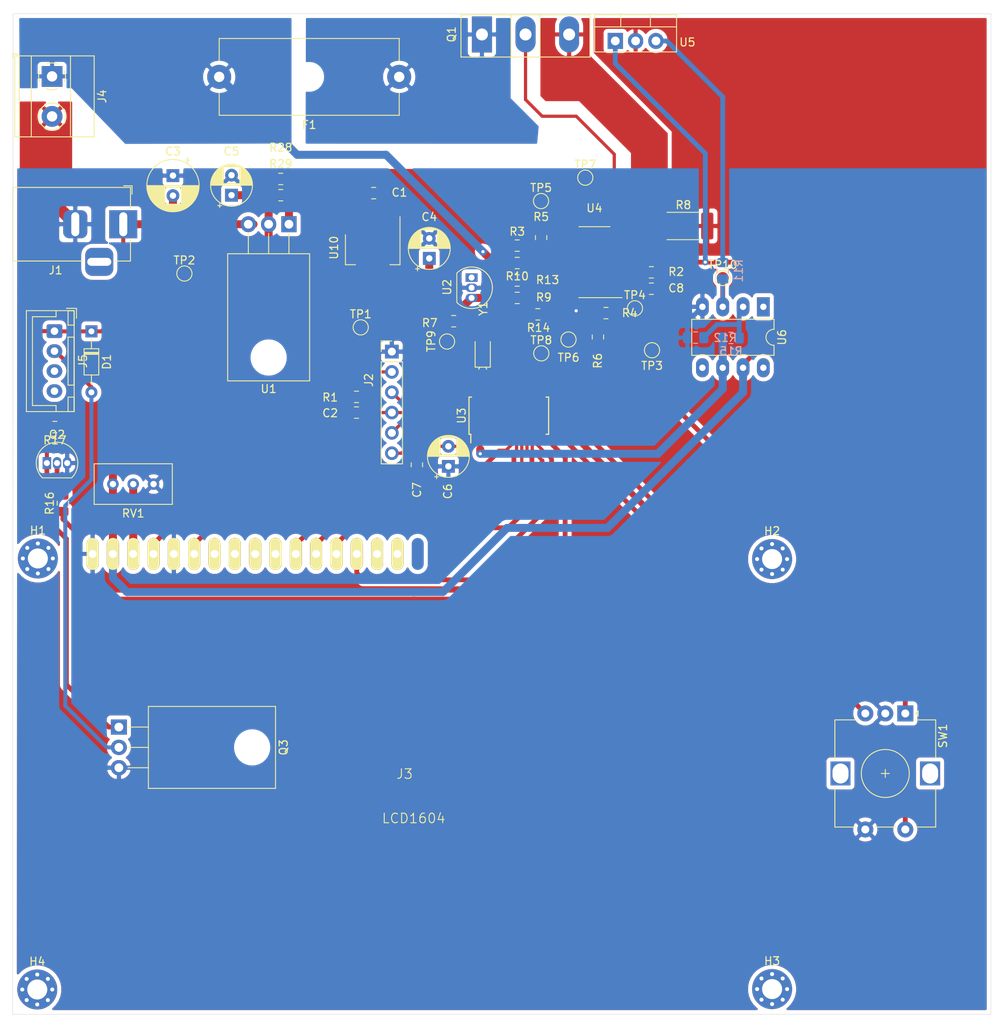
<source format=kicad_pcb>
(kicad_pcb (version 20171130) (host pcbnew "(5.1.4)-1")
  (layers (0 F.Cu signal) (31 B.Cu signal) (34 B.Paste user) (35 F.Paste user) (36 B.SilkS user hide) (37 F.SilkS user) (38 B.Mask user) (39 F.Mask user hide) (44 Edge.Cuts user))
  (net 0 "")
  (net 1 +5V)
  (net 2 GND)
  (net 3 /RST)
  (net 4 +12V)
  (net 5 "Net-(C8-Pad1)")
  (net 6 /TEST)
  (net 7 /TX)
  (net 8 /RX)
  (net 9 "Net-(R3-Pad2)")
  (net 10 "Net-(R4-Pad2)")
  (net 11 "Net-(R4-Pad1)")
  (net 12 /I_batt)
  (net 13 BAT+)
  (net 14 "Net-(R28-Pad2)")
  (net 15 V_BATT_SENSE)
  (net 16 "Net-(U3-Pad7)")
  (net 17 "Net-(U3-Pad17)")
  (net 18 "Net-(U3-Pad19)")
  (net 19 +3V3)
  (net 20 PWM_12)
  (net 21 "Net-(F1-Pad1)")
  (net 22 "Net-(Q1-Pad2)")
  (net 23 +2V5)
  (net 24 "Net-(R11-Pad1)")
  (net 25 "Net-(R11-Pad2)")
  (net 26 "Net-(R12-Pad1)")
  (net 27 V_TEMP)
  (net 28 D5)
  (net 29 D4)
  (net 30 PWM_F)
  (net 31 D6)
  (net 32 D7)
  (net 33 E)
  (net 34 ENC_A)
  (net 35 ENC_B)
  (net 36 RS)
  (net 37 SEL_SP)
  (net 38 "Net-(U3-Pad26)")
  (net 39 "Net-(U3-Pad27)")
  (net 40 "Net-(U6-Pad1)")
  (net 41 "Net-(U6-Pad5)")
  (net 42 "Net-(U6-Pad8)")
  (net 43 CTRST)
  (net 44 "Net-(J3-Pad7)")
  (net 45 "Net-(J3-Pad8)")
  (net 46 "Net-(J3-Pad9)")
  (net 47 "Net-(J3-Pad10)")
  (net 48 "Net-(R14-Pad1)")
  (net 49 "Net-(R10-Pad1)")
  (net 50 PWM)
  (net 51 "Net-(U3-Pad15)")
  (net 52 "Net-(U3-Pad21)")
  (net 53 "Net-(U3-Pad5)")
  (net 54 ADC_I)
  (net 55 "Net-(J5-Pad4)")
  (net 56 "Net-(J5-Pad3)")
  (net 57 "Net-(Q2-Pad1)")
  (net 58 "Net-(Q2-Pad2)")
  (module Display:WINSTAR-WH1604A (layer F.Cu) (at 74.71464 131.86)
    (fp_text reference J3 (at 0 0) (layer F.SilkS) (effects (font (size 1.2 1.2) (thickness 0.12))))
    (fp_text value LCD1604 (at 1.14 5.55) (layer F.SilkS) (effects (font (size 1.2 1.2) (thickness 0.12))))
    (pad "" smd oval (at 1.64084 -27.50058) (size 1.50114 4.0005) (layers B.Cu B.Paste B.Mask))
    (pad 16 thru_hole oval (at -0.89916 -27.50058) (size 1.50114 4.0005) (drill 1.00076) (layers *.Cu *.Mask F.SilkS))
    (pad 15 thru_hole oval (at -3.43916 -27.50058) (size 1.50114 4.0005) (drill 1.00076) (layers *.Cu *.Mask F.SilkS))
    (pad 14 thru_hole oval (at -5.97916 -27.50058) (size 1.50114 4.0005) (drill 1.00076) (layers *.Cu *.Mask F.SilkS) (net 32 D7))
    (pad 13 thru_hole oval (at -8.51916 -27.50058) (size 1.50114 4.0005) (drill 1.00076) (layers *.Cu *.Mask F.SilkS) (net 31 D6))
    (pad 12 thru_hole oval (at -11.05916 -27.50058) (size 1.50114 4.0005) (drill 1.00076) (layers *.Cu *.Mask F.SilkS) (net 28 D5))
    (pad 11 thru_hole oval (at -13.59916 -27.50058) (size 1.50114 4.0005) (drill 1.00076) (layers *.Cu *.Mask F.SilkS) (net 29 D4))
    (pad 10 thru_hole oval (at -16.13916 -27.50058) (size 1.50114 4.0005) (drill 1.00076) (layers *.Cu *.Mask F.SilkS) (net 47 "Net-(J3-Pad10)"))
    (pad 9 thru_hole oval (at -18.67916 -27.50058) (size 1.50114 4.0005) (drill 1.00076) (layers *.Cu *.Mask F.SilkS) (net 46 "Net-(J3-Pad9)"))
    (pad 8 thru_hole oval (at -21.21916 -27.50058) (size 1.50114 4.0005) (drill 1.00076) (layers *.Cu *.Mask F.SilkS) (net 45 "Net-(J3-Pad8)"))
    (pad 7 thru_hole oval (at -23.75916 -27.50058) (size 1.50114 4.0005) (drill 1.00076) (layers *.Cu *.Mask F.SilkS) (net 44 "Net-(J3-Pad7)"))
    (pad 6 thru_hole oval (at -26.29916 -27.50058) (size 1.50114 4.0005) (drill 1.00076) (layers *.Cu *.Mask F.SilkS) (net 33 E))
    (pad 5 thru_hole oval (at -28.83916 -27.50058) (size 1.50114 4.0005) (drill 1.00076) (layers *.Cu *.Mask F.SilkS) (net 2 GND))
    (pad 4 thru_hole oval (at -31.37916 -27.50058) (size 1.50114 4.0005) (drill 1.00076) (layers *.Cu *.Mask F.SilkS) (net 36 RS))
    (pad 3 thru_hole oval (at -33.91916 -27.50058) (size 1.50114 4.0005) (drill 1.00076) (layers *.Cu *.Mask F.SilkS) (net 43 CTRST))
    (pad 2 thru_hole oval (at -36.45916 -27.50058) (size 1.50114 4.0005) (drill 1.00076) (layers *.Cu *.Mask F.SilkS) (net 1 +5V))
    (pad 1 thru_hole oval (at -38.99916 -27.50058) (size 1.50114 4.0005) (drill 1.00076) (layers *.Cu *.Mask F.SilkS) (net 2 GND))
  )
  (module Capacitor_THT:CP_Radial_D5.0mm_P2.50mm (layer F.Cu) (at 80.19 93.41 90)
    (fp_text reference C6 (at -3.125 -0.07 90) (layer F.SilkS))
    (fp_text value 10uF/10V)
    (pad 2 thru_hole circle (at 2.5 0 90) (size 1.6 1.6) (drill 0.8) (layers *.Cu *.Mask) (net 19 +3V3))
    (pad 1 thru_hole rect (at 0 0 90) (size 1.6 1.6) (drill 0.8) (layers *.Cu *.Mask) (net 2 GND))
  )
  (module MountingHole:MountingHole_2.5mm_Pad_Via (layer F.Cu) (at 28.874175 104.925825)
    (fp_text reference H1 (at 0 -3.5) (layer F.SilkS))
    (fp_text value LCD_1_MH)
    (pad 1 thru_hole circle (at 1.325825 -1.325825) (size 0.8 0.8) (drill 0.5) (layers *.Cu *.Mask))
    (pad 1 thru_hole circle (at 0 -1.875) (size 0.8 0.8) (drill 0.5) (layers *.Cu *.Mask))
    (pad 1 thru_hole circle (at -1.325825 -1.325825) (size 0.8 0.8) (drill 0.5) (layers *.Cu *.Mask))
    (pad 1 thru_hole circle (at -1.875 0) (size 0.8 0.8) (drill 0.5) (layers *.Cu *.Mask))
    (pad 1 thru_hole circle (at -1.325825 1.325825) (size 0.8 0.8) (drill 0.5) (layers *.Cu *.Mask))
    (pad 1 thru_hole circle (at 0 1.875) (size 0.8 0.8) (drill 0.5) (layers *.Cu *.Mask))
    (pad 1 thru_hole circle (at 1.325825 1.325825) (size 0.8 0.8) (drill 0.5) (layers *.Cu *.Mask))
    (pad 1 thru_hole circle (at 1.875 0) (size 0.8 0.8) (drill 0.5) (layers *.Cu *.Mask))
    (pad 1 thru_hole circle (at 0 0) (size 5 5) (drill 2.5) (layers *.Cu *.Mask))
  )
  (module Rotary_Encoder:RotaryEncoder_Alps_EC12E-Switch_Vertical_H20mm (layer F.Cu) (at 137.3 124.3 270)
    (fp_text reference SW1 (at 2.8 -4.7 90) (layer F.SilkS))
    (fp_text value Rotary_Encoder_Switch)
    (pad A thru_hole rect (at 0 0 270) (size 2 2) (drill 1) (layers *.Cu *.Mask) (net 34 ENC_A))
    (pad C thru_hole circle (at 0 2.5 270) (size 2 2) (drill 1) (layers *.Cu *.Mask) (net 2 GND))
    (pad B thru_hole circle (at 0 5 270) (size 2 2) (drill 1) (layers *.Cu *.Mask) (net 35 ENC_B))
    (pad MP thru_hole rect (at 7.5 -3.1 270) (size 3 2.5) (drill oval 2.5 2) (layers *.Cu *.Mask))
    (pad MP thru_hole rect (at 7.5 8.1 270) (size 3 2.5) (drill oval 2.5 2) (layers *.Cu *.Mask))
    (pad S1 thru_hole circle (at 14.5 0 270) (size 2 2) (drill 1) (layers *.Cu *.Mask) (net 37 SEL_SP))
    (pad S2 thru_hole circle (at 14.5 5 270) (size 2 2) (drill 1) (layers *.Cu *.Mask) (net 2 GND))
  )
  (module Package_TO_SOT_THT:TO-220-3_Horizontal_TabDown (layer F.Cu) (at 39 126 270)
    (fp_text reference Q3 (at 2.54 -20.58 90) (layer F.SilkS))
    (fp_text value IRF540N)
    (pad 3 thru_hole oval (at 5.08 0 270) (size 1.905 2) (drill 1.1) (layers *.Cu *.Mask) (net 2 GND))
    (pad 2 thru_hole oval (at 2.54 0 270) (size 1.905 2) (drill 1.1) (layers *.Cu *.Mask) (net 20 PWM_12))
    (pad 1 thru_hole rect (at 0 0 270) (size 1.905 2) (drill 1.1) (layers *.Cu *.Mask) (net 57 "Net-(Q2-Pad1)"))
    (pad "" np_thru_hole oval (at 2.54 -16.66 270) (size 3.5 3.5) (drill 3.5) (layers *.Cu *.Mask))
  )
  (module Connector_JST:JST_XH_B4B-XH-A_1x04_P2.50mm_Vertical (layer F.Cu) (at 30.95 76.51 270)
    (fp_text reference J5 (at 3.75 -3.55 90) (layer F.SilkS))
    (fp_text value Cooler)
    (pad 4 thru_hole oval (at 7.5 0 270) (size 1.7 1.95) (drill 0.95) (layers *.Cu *.Mask) (net 55 "Net-(J5-Pad4)"))
    (pad 3 thru_hole oval (at 5 0 270) (size 1.7 1.95) (drill 0.95) (layers *.Cu *.Mask) (net 56 "Net-(J5-Pad3)"))
    (pad 2 thru_hole oval (at 2.5 0 270) (size 1.7 1.95) (drill 0.95) (layers *.Cu *.Mask) (net 20 PWM_12))
    (pad 1 thru_hole roundrect (at 0 0 270) (size 1.7 1.95) (drill 0.95) (layers *.Cu *.Mask) (roundrect_rratio 0.147059) (net 4 +12V))
  )
  (module TestPoint:TestPoint_Pad_D1.5mm (layer F.Cu) (at 103.505 73.66)
    (fp_text reference TP4 (at 0 -1.648) (layer F.SilkS))
    (fp_text value PWM_F_TP)
    (pad 1 smd circle (at 0 0) (size 1.5 1.5) (layers F.Cu F.Mask) (net 5 "Net-(C8-Pad1)"))
  )
  (module Resistor_SMD:R_0805_2012Metric_Pad1.15x1.40mm_HandSolder (layer F.Cu) (at 31 88.5 180)
    (fp_text reference R17 (at 0 -1.65) (layer F.SilkS))
    (fp_text value 12K)
    (pad 2 smd roundrect (at 1.025 0 180) (size 1.15 1.4) (layers F.Cu F.Paste F.Mask) (roundrect_rratio 0.217391) (net 4 +12V))
    (pad 1 smd roundrect (at -1.025 0 180) (size 1.15 1.4) (layers F.Cu F.Paste F.Mask) (roundrect_rratio 0.217391) (net 57 "Net-(Q2-Pad1)"))
  )
  (module Resistor_SMD:R_0805_2012Metric_Pad1.15x1.40mm_HandSolder (layer F.Cu) (at 32 98.025 90)
    (fp_text reference R16 (at 0 -1.65 90) (layer F.SilkS))
    (fp_text value 27K)
    (pad 2 smd roundrect (at 1.025 0 90) (size 1.15 1.4) (layers F.Cu F.Paste F.Mask) (roundrect_rratio 0.217391) (net 58 "Net-(Q2-Pad2)"))
    (pad 1 smd roundrect (at -1.025 0 90) (size 1.15 1.4) (layers F.Cu F.Paste F.Mask) (roundrect_rratio 0.217391) (net 30 PWM_F))
  )
  (module Package_TO_SOT_THT:TO-92_Inline (layer F.Cu) (at 30 93)
    (fp_text reference Q2 (at 1.27 -3.56) (layer F.SilkS))
    (fp_text value BC548)
    (pad 1 thru_hole rect (at 0 0) (size 1.05 1.5) (drill 0.75) (layers *.Cu *.Mask) (net 57 "Net-(Q2-Pad1)"))
    (pad 3 thru_hole oval (at 2.54 0) (size 1.05 1.5) (drill 0.75) (layers *.Cu *.Mask) (net 2 GND))
    (pad 2 thru_hole oval (at 1.27 0) (size 1.05 1.5) (drill 0.75) (layers *.Cu *.Mask) (net 58 "Net-(Q2-Pad2)"))
  )
  (module MountingHole:MountingHole_2.5mm_Pad_Via (layer F.Cu) (at 28.8 158.8)
    (fp_text reference H4 (at 0 -3.5) (layer F.SilkS))
    (fp_text value LCD_4_MH)
    (pad 1 thru_hole circle (at 1.325825 -1.325825) (size 0.8 0.8) (drill 0.5) (layers *.Cu *.Mask))
    (pad 1 thru_hole circle (at 0 -1.875) (size 0.8 0.8) (drill 0.5) (layers *.Cu *.Mask))
    (pad 1 thru_hole circle (at -1.325825 -1.325825) (size 0.8 0.8) (drill 0.5) (layers *.Cu *.Mask))
    (pad 1 thru_hole circle (at -1.875 0) (size 0.8 0.8) (drill 0.5) (layers *.Cu *.Mask))
    (pad 1 thru_hole circle (at -1.325825 1.325825) (size 0.8 0.8) (drill 0.5) (layers *.Cu *.Mask))
    (pad 1 thru_hole circle (at 0 1.875) (size 0.8 0.8) (drill 0.5) (layers *.Cu *.Mask))
    (pad 1 thru_hole circle (at 1.325825 1.325825) (size 0.8 0.8) (drill 0.5) (layers *.Cu *.Mask))
    (pad 1 thru_hole circle (at 1.875 0) (size 0.8 0.8) (drill 0.5) (layers *.Cu *.Mask))
    (pad 1 thru_hole circle (at 0 0) (size 5 5) (drill 2.5) (layers *.Cu *.Mask))
  )
  (module MountingHole:MountingHole_2.5mm_Pad_Via (layer F.Cu) (at 120.65 158.75)
    (fp_text reference H3 (at 0 -3.5) (layer F.SilkS))
    (fp_text value LCD_3_MH)
    (pad 1 thru_hole circle (at 1.325825 -1.325825) (size 0.8 0.8) (drill 0.5) (layers *.Cu *.Mask))
    (pad 1 thru_hole circle (at 0 -1.875) (size 0.8 0.8) (drill 0.5) (layers *.Cu *.Mask))
    (pad 1 thru_hole circle (at -1.325825 -1.325825) (size 0.8 0.8) (drill 0.5) (layers *.Cu *.Mask))
    (pad 1 thru_hole circle (at -1.875 0) (size 0.8 0.8) (drill 0.5) (layers *.Cu *.Mask))
    (pad 1 thru_hole circle (at -1.325825 1.325825) (size 0.8 0.8) (drill 0.5) (layers *.Cu *.Mask))
    (pad 1 thru_hole circle (at 0 1.875) (size 0.8 0.8) (drill 0.5) (layers *.Cu *.Mask))
    (pad 1 thru_hole circle (at 1.325825 1.325825) (size 0.8 0.8) (drill 0.5) (layers *.Cu *.Mask))
    (pad 1 thru_hole circle (at 1.875 0) (size 0.8 0.8) (drill 0.5) (layers *.Cu *.Mask))
    (pad 1 thru_hole circle (at 0 0) (size 5 5) (drill 2.5) (layers *.Cu *.Mask))
  )
  (module MountingHole:MountingHole_2.5mm_Pad_Via (layer F.Cu) (at 120.65 105)
    (fp_text reference H2 (at 0 -3.5) (layer F.SilkS))
    (fp_text value LCD_2_MH)
    (pad 1 thru_hole circle (at 1.325825 -1.325825) (size 0.8 0.8) (drill 0.5) (layers *.Cu *.Mask))
    (pad 1 thru_hole circle (at 0 -1.875) (size 0.8 0.8) (drill 0.5) (layers *.Cu *.Mask))
    (pad 1 thru_hole circle (at -1.325825 -1.325825) (size 0.8 0.8) (drill 0.5) (layers *.Cu *.Mask))
    (pad 1 thru_hole circle (at -1.875 0) (size 0.8 0.8) (drill 0.5) (layers *.Cu *.Mask))
    (pad 1 thru_hole circle (at -1.325825 1.325825) (size 0.8 0.8) (drill 0.5) (layers *.Cu *.Mask))
    (pad 1 thru_hole circle (at 0 1.875) (size 0.8 0.8) (drill 0.5) (layers *.Cu *.Mask))
    (pad 1 thru_hole circle (at 1.325825 1.325825) (size 0.8 0.8) (drill 0.5) (layers *.Cu *.Mask))
    (pad 1 thru_hole circle (at 1.875 0) (size 0.8 0.8) (drill 0.5) (layers *.Cu *.Mask))
    (pad 1 thru_hole circle (at 0 0) (size 5 5) (drill 2.5) (layers *.Cu *.Mask))
  )
  (module Diode_THT:D_DO-34_SOD68_P7.62mm_Horizontal (layer F.Cu) (at 35.57 76.54 270)
    (fp_text reference D1 (at 3.81 -1.92 90) (layer F.SilkS))
    (fp_text value D_Schottky)
    (pad 2 thru_hole oval (at 7.62 0 270) (size 1.5 1.5) (drill 0.75) (layers *.Cu *.Mask) (net 20 PWM_12))
    (pad 1 thru_hole rect (at 0 0 270) (size 1.5 1.5) (drill 0.75) (layers *.Cu *.Mask) (net 4 +12V))
  )
  (module Capacitor_SMD:C_0805_2012Metric_Pad1.15x1.40mm_HandSolder (layer F.Cu) (at 70.85 59.26 180)
    (fp_text reference C1 (at -3.22 0.08) (layer F.SilkS))
    (fp_text value 0.1uF)
    (pad 2 smd roundrect (at 1.025 0 180) (size 1.15 1.4) (layers F.Cu F.Paste F.Mask) (roundrect_rratio 0.217391) (net 1 +5V))
    (pad 1 smd roundrect (at -1.025 0 180) (size 1.15 1.4) (layers F.Cu F.Paste F.Mask) (roundrect_rratio 0.217391) (net 2 GND))
  )
  (module Capacitor_SMD:C_0805_2012Metric_Pad1.15x1.40mm_HandSolder (layer F.Cu) (at 68.7 86.69)
    (fp_text reference C2 (at -3.29 0.0675) (layer F.SilkS))
    (fp_text value 100nF)
    (pad 2 smd roundrect (at 1.025 0) (size 1.15 1.4) (layers F.Cu F.Paste F.Mask) (roundrect_rratio 0.217391) (net 3 /RST))
    (pad 1 smd roundrect (at -1.025 0) (size 1.15 1.4) (layers F.Cu F.Paste F.Mask) (roundrect_rratio 0.217391) (net 2 GND))
  )
  (module Capacitor_THT:CP_Radial_D6.3mm_P2.50mm (layer F.Cu) (at 45.76 57.07 270)
    (fp_text reference C3 (at -3.02 0 180) (layer F.SilkS))
    (fp_text value 0.1uF)
    (pad 2 thru_hole circle (at 2.5 0 270) (size 1.6 1.6) (drill 0.8) (layers *.Cu *.Mask) (net 4 +12V))
    (pad 1 thru_hole rect (at 0 0 270) (size 1.6 1.6) (drill 0.8) (layers *.Cu *.Mask) (net 2 GND))
  )
  (module Capacitor_SMD:C_0805_2012Metric_Pad1.15x1.40mm_HandSolder (layer F.Cu) (at 76.25 93.22 90)
    (fp_text reference C7 (at -3.14 0.01 90) (layer F.SilkS))
    (fp_text value 100nF)
    (pad 2 smd roundrect (at 1.025 0 90) (size 1.15 1.4) (layers F.Cu F.Paste F.Mask) (roundrect_rratio 0.217391) (net 19 +3V3))
    (pad 1 smd roundrect (at -1.025 0 90) (size 1.15 1.4) (layers F.Cu F.Paste F.Mask) (roundrect_rratio 0.217391) (net 2 GND))
  )
  (module Capacitor_SMD:C_0805_2012Metric_Pad1.15x1.40mm_HandSolder (layer F.Cu) (at 105.56 71.21)
    (fp_text reference C8 (at 3.1 -0.0675) (layer F.SilkS))
    (fp_text value 1uF)
    (pad 2 smd roundrect (at 1.025 0) (size 1.15 1.4) (layers F.Cu F.Paste F.Mask) (roundrect_rratio 0.217391) (net 2 GND))
    (pad 1 smd roundrect (at -1.025 0) (size 1.15 1.4) (layers F.Cu F.Paste F.Mask) (roundrect_rratio 0.217391) (net 5 "Net-(C8-Pad1)"))
  )
  (module Connector_BarrelJack:BarrelJack_Horizontal (layer F.Cu) (at 39.55 63.15)
    (fp_text reference J1 (at -8.45 5.75) (layer F.SilkS))
    (fp_text value Jack-DC)
    (pad 3 thru_hole roundrect (at -3 4.7) (size 3.5 3.5) (drill oval 3 1) (layers *.Cu *.Mask))
    (pad 2 thru_hole roundrect (at -6 0) (size 3 3.5) (drill oval 1 3) (layers *.Cu *.Mask) (net 2 GND))
    (pad 1 thru_hole rect (at 0 0) (size 3.5 3.5) (drill oval 1 3) (layers *.Cu *.Mask) (net 4 +12V))
  )
  (module Connector_PinHeader_2.54mm:PinHeader_1x06_P2.54mm_Vertical (layer F.Cu) (at 73.12 79.07)
    (fp_text reference J2 (at -2.878 3.558 270) (layer F.SilkS))
    (fp_text value Programador)
    (pad 6 thru_hole oval (at 0 12.7) (size 1.7 1.7) (drill 1) (layers *.Cu *.Mask) (net 8 /RX))
    (pad 5 thru_hole oval (at 0 10.16) (size 1.7 1.7) (drill 1) (layers *.Cu *.Mask) (net 7 /TX))
    (pad 4 thru_hole oval (at 0 7.62) (size 1.7 1.7) (drill 1) (layers *.Cu *.Mask) (net 3 /RST))
    (pad 3 thru_hole oval (at 0 5.08) (size 1.7 1.7) (drill 1) (layers *.Cu *.Mask) (net 6 /TEST))
    (pad 2 thru_hole oval (at 0 2.54) (size 1.7 1.7) (drill 1) (layers *.Cu *.Mask) (net 19 +3V3))
    (pad 1 thru_hole rect (at 0 0) (size 1.7 1.7) (drill 1) (layers *.Cu *.Mask) (net 2 GND))
  )
  (module Resistor_SMD:R_0805_2012Metric_Pad1.15x1.40mm_HandSolder (layer F.Cu) (at 68.7 84.73)
    (fp_text reference R1 (at -3.29 0.0675) (layer F.SilkS))
    (fp_text value 47k)
    (pad 2 smd roundrect (at 1.025 0) (size 1.15 1.4) (layers F.Cu F.Paste F.Mask) (roundrect_rratio 0.217391) (net 3 /RST))
    (pad 1 smd roundrect (at -1.025 0) (size 1.15 1.4) (layers F.Cu F.Paste F.Mask) (roundrect_rratio 0.217391) (net 19 +3V3))
  )
  (module Resistor_SMD:R_0805_2012Metric_Pad1.15x1.40mm_HandSolder (layer F.Cu) (at 105.56 69.16)
    (fp_text reference R2 (at 3.1 -0.0675) (layer F.SilkS))
    (fp_text value 10k)
    (pad 2 smd roundrect (at 1.025 0) (size 1.15 1.4) (layers F.Cu F.Paste F.Mask) (roundrect_rratio 0.217391) (net 50 PWM))
    (pad 1 smd roundrect (at -1.025 0) (size 1.15 1.4) (layers F.Cu F.Paste F.Mask) (roundrect_rratio 0.217391) (net 5 "Net-(C8-Pad1)"))
  )
  (module Resistor_SMD:R_0805_2012Metric_Pad1.15x1.40mm_HandSolder (layer F.Cu) (at 88.79 65.82)
    (fp_text reference R3 (at -0.000001 -1.75) (layer F.SilkS))
    (fp_text value 10k)
    (pad 2 smd roundrect (at 1.025 0) (size 1.15 1.4) (layers F.Cu F.Paste F.Mask) (roundrect_rratio 0.217391) (net 9 "Net-(R3-Pad2)"))
    (pad 1 smd roundrect (at -1.025 0) (size 1.15 1.4) (layers F.Cu F.Paste F.Mask) (roundrect_rratio 0.217391) (net 2 GND))
  )
  (module Resistor_SMD:R_0805_2012Metric_Pad1.15x1.40mm_HandSolder (layer F.Cu) (at 99.89 74.26)
    (fp_text reference R4 (at 2.96 -0.01) (layer F.SilkS))
    (fp_text value 100k)
    (pad 2 smd roundrect (at 1.025 0) (size 1.15 1.4) (layers F.Cu F.Paste F.Mask) (roundrect_rratio 0.217391) (net 10 "Net-(R4-Pad2)"))
    (pad 1 smd roundrect (at -1.025 0) (size 1.15 1.4) (layers F.Cu F.Paste F.Mask) (roundrect_rratio 0.217391) (net 11 "Net-(R4-Pad1)"))
  )
  (module Resistor_SMD:R_0805_2012Metric_Pad1.15x1.40mm_HandSolder (layer F.Cu) (at 91.78 64.82 90)
    (fp_text reference R5 (at 2.59 0 180) (layer F.SilkS))
    (fp_text value 100K)
    (pad 2 smd roundrect (at 1.025 0 90) (size 1.15 1.4) (layers F.Cu F.Paste F.Mask) (roundrect_rratio 0.217391) (net 54 ADC_I))
    (pad 1 smd roundrect (at -1.025 0 90) (size 1.15 1.4) (layers F.Cu F.Paste F.Mask) (roundrect_rratio 0.217391) (net 9 "Net-(R3-Pad2)"))
  )
  (module Resistor_SMD:R_0805_2012Metric_Pad1.15x1.40mm_HandSolder (layer F.Cu) (at 98.88 77.245 270)
    (fp_text reference R6 (at 2.97 0.02 90) (layer F.SilkS))
    (fp_text value 10k)
    (pad 2 smd roundrect (at 1.025 0 270) (size 1.15 1.4) (layers F.Cu F.Paste F.Mask) (roundrect_rratio 0.217391) (net 2 GND))
    (pad 1 smd roundrect (at -1.025 0 270) (size 1.15 1.4) (layers F.Cu F.Paste F.Mask) (roundrect_rratio 0.217391) (net 11 "Net-(R4-Pad1)"))
  )
  (module Resistor_SMD:R_2512_6332Metric_Pad1.52x3.35mm_HandSolder (layer F.Cu) (at 109.56 63.37)
    (fp_text reference R8 (at 0 -2.62) (layer F.SilkS))
    (fp_text value "0.05 2W 1%")
    (pad 2 smd roundrect (at 2.9875 0) (size 1.525 3.35) (layers F.Cu F.Paste F.Mask) (roundrect_rratio 0.163934) (net 2 GND))
    (pad 1 smd roundrect (at -2.9875 0) (size 1.525 3.35) (layers F.Cu F.Paste F.Mask) (roundrect_rratio 0.163934) (net 12 /I_batt))
  )
  (module Resistor_SMD:R_0805_2012Metric_Pad1.15x1.40mm_HandSolder (layer F.Cu) (at 59.235 57.488)
    (fp_text reference R28 (at 0 -3.9175) (layer F.SilkS))
    (fp_text value 720)
    (pad 2 smd roundrect (at 1.025 0) (size 1.15 1.4) (layers F.Cu F.Paste F.Mask) (roundrect_rratio 0.217391) (net 14 "Net-(R28-Pad2)"))
    (pad 1 smd roundrect (at -1.025 0) (size 1.15 1.4) (layers F.Cu F.Paste F.Mask) (roundrect_rratio 0.217391) (net 2 GND))
  )
  (module Resistor_SMD:R_0805_2012Metric_Pad1.15x1.40mm_HandSolder (layer F.Cu) (at 59.235 59.52 180)
    (fp_text reference R29 (at 0 3.9175) (layer F.SilkS))
    (fp_text value 240)
    (pad 2 smd roundrect (at 1.025 0 180) (size 1.15 1.4) (layers F.Cu F.Paste F.Mask) (roundrect_rratio 0.217391) (net 1 +5V))
    (pad 1 smd roundrect (at -1.025 0 180) (size 1.15 1.4) (layers F.Cu F.Paste F.Mask) (roundrect_rratio 0.217391) (net 14 "Net-(R28-Pad2)"))
  )
  (module Package_TO_SOT_THT:TO-220-3_Horizontal_TabDown (layer F.Cu) (at 60.26 63.15 180)
    (fp_text reference U1 (at 2.54 -20.58) (layer F.SilkS))
    (fp_text value LM317_3PinPackage)
    (pad 3 thru_hole oval (at 5.08 0 180) (size 1.905 2) (drill 1.1) (layers *.Cu *.Mask) (net 4 +12V))
    (pad 2 thru_hole oval (at 2.54 0 180) (size 1.905 2) (drill 1.1) (layers *.Cu *.Mask) (net 1 +5V))
    (pad 1 thru_hole rect (at 0 0 180) (size 1.905 2) (drill 1.1) (layers *.Cu *.Mask) (net 14 "Net-(R28-Pad2)"))
    (pad "" np_thru_hole oval (at 2.54 -16.66 180) (size 3.5 3.5) (drill 3.5) (layers *.Cu *.Mask))
  )
  (module Package_SO:TSSOP-28_4.4x9.7mm_P0.65mm (layer F.Cu) (at 87.74 87.08 90)
    (fp_text reference U3 (at 0 -5.9 90) (layer F.SilkS))
    (fp_text value MSP430G2553IPW28)
    (pad 28 smd rect (at 2.85 -4.225 90) (size 1.1 0.4) (layers F.Cu F.Paste F.Mask) (net 2 GND))
    (pad 27 smd rect (at 2.85 -3.575 90) (size 1.1 0.4) (layers F.Cu F.Paste F.Mask) (net 39 "Net-(U3-Pad27)"))
    (pad 26 smd rect (at 2.85 -2.925 90) (size 1.1 0.4) (layers F.Cu F.Paste F.Mask) (net 38 "Net-(U3-Pad26)"))
    (pad 25 smd rect (at 2.85 -2.275 90) (size 1.1 0.4) (layers F.Cu F.Paste F.Mask) (net 6 /TEST))
    (pad 24 smd rect (at 2.85 -1.625 90) (size 1.1 0.4) (layers F.Cu F.Paste F.Mask) (net 3 /RST))
    (pad 23 smd rect (at 2.85 -0.975 90) (size 1.1 0.4) (layers F.Cu F.Paste F.Mask) (net 54 ADC_I))
    (pad 22 smd rect (at 2.85 -0.325 90) (size 1.1 0.4) (layers F.Cu F.Paste F.Mask) (net 15 V_BATT_SENSE))
    (pad 21 smd rect (at 2.85 0.325 90) (size 1.1 0.4) (layers F.Cu F.Paste F.Mask) (net 52 "Net-(U3-Pad21)"))
    (pad 20 smd rect (at 2.85 0.975 90) (size 1.1 0.4) (layers F.Cu F.Paste F.Mask) (net 50 PWM))
    (pad 19 smd rect (at 2.85 1.625 90) (size 1.1 0.4) (layers F.Cu F.Paste F.Mask) (net 18 "Net-(U3-Pad19)"))
    (pad 18 smd rect (at 2.85 2.275 90) (size 1.1 0.4) (layers F.Cu F.Paste F.Mask) (net 35 ENC_B))
    (pad 17 smd rect (at 2.85 2.925 90) (size 1.1 0.4) (layers F.Cu F.Paste F.Mask) (net 17 "Net-(U3-Pad17)"))
    (pad 16 smd rect (at 2.85 3.575 90) (size 1.1 0.4) (layers F.Cu F.Paste F.Mask) (net 34 ENC_A))
    (pad 15 smd rect (at 2.85 4.225 90) (size 1.1 0.4) (layers F.Cu F.Paste F.Mask) (net 51 "Net-(U3-Pad15)"))
    (pad 14 smd rect (at -2.85 4.225 90) (size 1.1 0.4) (layers F.Cu F.Paste F.Mask) (net 30 PWM_F))
    (pad 13 smd rect (at -2.85 3.575 90) (size 1.1 0.4) (layers F.Cu F.Paste F.Mask) (net 32 D7))
    (pad 12 smd rect (at -2.85 2.925 90) (size 1.1 0.4) (layers F.Cu F.Paste F.Mask) (net 31 D6))
    (pad 11 smd rect (at -2.85 2.275 90) (size 1.1 0.4) (layers F.Cu F.Paste F.Mask) (net 28 D5))
    (pad 10 smd rect (at -2.85 1.625 90) (size 1.1 0.4) (layers F.Cu F.Paste F.Mask) (net 29 D4))
    (pad 9 smd rect (at -2.85 0.975 90) (size 1.1 0.4) (layers F.Cu F.Paste F.Mask) (net 33 E))
    (pad 8 smd rect (at -2.85 0.325 90) (size 1.1 0.4) (layers F.Cu F.Paste F.Mask) (net 36 RS))
    (pad 7 smd rect (at -2.85 -0.325 90) (size 1.1 0.4) (layers F.Cu F.Paste F.Mask) (net 16 "Net-(U3-Pad7)"))
    (pad 6 smd rect (at -2.85 -0.975 90) (size 1.1 0.4) (layers F.Cu F.Paste F.Mask) (net 37 SEL_SP))
    (pad 5 smd rect (at -2.85 -1.625 90) (size 1.1 0.4) (layers F.Cu F.Paste F.Mask) (net 53 "Net-(U3-Pad5)"))
    (pad 4 smd rect (at -2.85 -2.275 90) (size 1.1 0.4) (layers F.Cu F.Paste F.Mask) (net 7 /TX))
    (pad 3 smd rect (at -2.85 -2.925 90) (size 1.1 0.4) (layers F.Cu F.Paste F.Mask) (net 8 /RX))
    (pad 2 smd rect (at -2.85 -3.575 90) (size 1.1 0.4) (layers F.Cu F.Paste F.Mask) (net 27 V_TEMP))
    (pad 1 smd rect (at -2.85 -4.225 90) (size 1.1 0.4) (layers F.Cu F.Paste F.Mask) (net 19 +3V3))
  )
  (module Package_TO_SOT_SMD:SOT-223-3_TabPin2 (layer F.Cu) (at 70.73 66.3 270)
    (fp_text reference U10 (at -0.22 4.84 270) (layer F.SilkS))
    (fp_text value AMS1117-3.3)
    (pad 1 smd rect (at -3.15 -2.3 270) (size 2 1.5) (layers F.Cu F.Paste F.Mask) (net 2 GND))
    (pad 3 smd rect (at -3.15 2.3 270) (size 2 1.5) (layers F.Cu F.Paste F.Mask) (net 1 +5V))
    (pad 2 smd rect (at -3.15 0 270) (size 2 1.5) (layers F.Cu F.Paste F.Mask) (net 19 +3V3))
    (pad 2 smd rect (at 3.15 0 270) (size 2 3.8) (layers F.Cu F.Paste F.Mask) (net 19 +3V3))
  )
  (module Capacitor_THT:CP_Radial_D5.0mm_P2.50mm (layer F.Cu) (at 77.8 67.42 90)
    (fp_text reference C4 (at 5.18 0 180) (layer F.SilkS))
    (fp_text value 100uF)
    (pad 2 thru_hole circle (at 2.5 0 90) (size 1.6 1.6) (drill 0.8) (layers *.Cu *.Mask) (net 2 GND))
    (pad 1 thru_hole rect (at 0 0 90) (size 1.6 1.6) (drill 0.8) (layers *.Cu *.Mask) (net 19 +3V3))
  )
  (module Capacitor_THT:CP_Radial_D5.0mm_P2.50mm (layer F.Cu) (at 53.08 59.52 90)
    (fp_text reference C5 (at 5.47 0 180) (layer F.SilkS))
    (fp_text value 1uF)
    (pad 2 thru_hole circle (at 2.5 0 90) (size 1.6 1.6) (drill 0.8) (layers *.Cu *.Mask) (net 2 GND))
    (pad 1 thru_hole rect (at 0 0 90) (size 1.6 1.6) (drill 0.8) (layers *.Cu *.Mask) (net 1 +5V))
  )
  (module TerminalBlock_Phoenix:TerminalBlock_Phoenix_MKDS-1,5-2_1x02_P5.00mm_Horizontal (layer F.Cu) (at 30.65 44.67 270)
    (fp_text reference J4 (at 2.5 -6.26 90) (layer F.SilkS))
    (fp_text value Batería)
    (pad 2 thru_hole circle (at 5 0 270) (size 2.6 2.6) (drill 1.3) (layers *.Cu *.Mask) (net 2 GND))
    (pad 1 thru_hole rect (at 0 0 270) (size 2.6 2.6) (drill 1.3) (layers *.Cu *.Mask) (net 13 BAT+))
  )
  (module Package_TO_SOT_THT:TO-247-3_Vertical (layer F.Cu) (at 84.38 39.43)
    (fp_text reference Q1 (at -3.79 -0.02 90) (layer F.SilkS))
    (fp_text value IRFP064N)
    (pad 3 thru_hole oval (at 10.9 0) (size 2.5 4.5) (drill 1.5) (layers *.Cu *.Mask) (net 12 /I_batt))
    (pad 2 thru_hole oval (at 5.45 0) (size 2.5 4.5) (drill 1.5) (layers *.Cu *.Mask) (net 22 "Net-(Q1-Pad2)"))
    (pad 1 thru_hole rect (at 0 0) (size 2.5 4.5) (drill 1.5) (layers *.Cu *.Mask) (net 21 "Net-(F1-Pad1)"))
  )
  (module Resistor_SMD:R_0805_2012Metric_Pad1.15x1.40mm_HandSolder (layer F.Cu) (at 80.85 75.27 180)
    (fp_text reference R7 (at 2.99 -0.22) (layer F.SilkS))
    (fp_text value 39K)
    (pad 2 smd roundrect (at 1.025 0 180) (size 1.15 1.4) (layers F.Cu F.Paste F.Mask) (roundrect_rratio 0.217391) (net 19 +3V3))
    (pad 1 smd roundrect (at -1.025 0 180) (size 1.15 1.4) (layers F.Cu F.Paste F.Mask) (roundrect_rratio 0.217391) (net 23 +2V5))
  )
  (module Resistor_SMD:R_0805_2012Metric_Pad1.15x1.40mm_HandSolder (layer B.Cu) (at 114.48 68.97 90)
    (fp_text reference R11 (at 0 2 90) (layer B.SilkS) (effects (justify mirror)))
    (fp_text value 10K)
    (pad 2 smd roundrect (at 1.025 0 90) (size 1.15 1.4) (layers B.Cu B.Paste B.Mask) (roundrect_rratio 0.217391) (net 25 "Net-(R11-Pad2)"))
    (pad 1 smd roundrect (at -1.025 0 90) (size 1.15 1.4) (layers B.Cu B.Paste B.Mask) (roundrect_rratio 0.217391) (net 24 "Net-(R11-Pad1)"))
  )
  (module Resistor_SMD:R_0805_2012Metric_Pad1.15x1.40mm_HandSolder (layer B.Cu) (at 111.09 77.32 180)
    (fp_text reference R12 (at -3.7 -0.02) (layer B.SilkS) (effects (justify mirror)))
    (fp_text value 10K)
    (pad 2 smd roundrect (at 1.025 0 180) (size 1.15 1.4) (layers B.Cu B.Paste B.Mask) (roundrect_rratio 0.217391) (net 2 GND))
    (pad 1 smd roundrect (at -1.025 0 180) (size 1.15 1.4) (layers B.Cu B.Paste B.Mask) (roundrect_rratio 0.217391) (net 26 "Net-(R12-Pad1)"))
  )
  (module Resistor_SMD:R_0805_2012Metric_Pad1.15x1.40mm_HandSolder (layer B.Cu) (at 115.51 77.36)
    (fp_text reference R15 (at 0 1.65) (layer B.SilkS) (effects (justify mirror)))
    (fp_text value 10K)
    (pad 2 smd roundrect (at 1.025 0) (size 1.15 1.4) (layers B.Cu B.Paste B.Mask) (roundrect_rratio 0.217391) (net 26 "Net-(R12-Pad1)"))
    (pad 1 smd roundrect (at -1.025 0) (size 1.15 1.4) (layers B.Cu B.Paste B.Mask) (roundrect_rratio 0.217391) (net 27 V_TEMP))
  )
  (module Package_TO_SOT_THT:TO-92_Inline (layer F.Cu) (at 83.09 69.82 270)
    (fp_text reference U2 (at 1.2 3.06 90) (layer F.SilkS))
    (fp_text value LM385Z-2.5)
    (pad 1 thru_hole rect (at 0 0 270) (size 1.05 1.5) (drill 0.75) (layers *.Cu *.Mask))
    (pad 3 thru_hole oval (at 2.54 0 270) (size 1.05 1.5) (drill 0.75) (layers *.Cu *.Mask) (net 23 +2V5))
    (pad 2 thru_hole oval (at 1.27 0 270) (size 1.05 1.5) (drill 0.75) (layers *.Cu *.Mask) (net 2 GND))
  )
  (module Package_TO_SOT_THT:TO-220-3_Vertical (layer F.Cu) (at 101.05 40.24)
    (fp_text reference U5 (at 9.01 0.17) (layer F.SilkS))
    (fp_text value LM35-NEB)
    (pad 3 thru_hole oval (at 5.08 0) (size 1.905 2) (drill 1.1) (layers *.Cu *.Mask) (net 25 "Net-(R11-Pad2)"))
    (pad 2 thru_hole oval (at 2.54 0) (size 1.905 2) (drill 1.1) (layers *.Cu *.Mask) (net 2 GND))
    (pad 1 thru_hole rect (at 0 0) (size 1.905 2) (drill 1.1) (layers *.Cu *.Mask) (net 1 +5V))
  )
  (module Package_DIP:DIP-8_W7.62mm_LongPads (layer F.Cu) (at 119.56 73.47 270)
    (fp_text reference U6 (at 3.81 -2.33 90) (layer F.SilkS))
    (fp_text value TL081)
    (pad 8 thru_hole oval (at 7.62 0 270) (size 2.4 1.6) (drill 0.8) (layers *.Cu *.Mask) (net 42 "Net-(U6-Pad8)"))
    (pad 4 thru_hole oval (at 0 7.62 270) (size 2.4 1.6) (drill 0.8) (layers *.Cu *.Mask) (net 2 GND))
    (pad 7 thru_hole oval (at 7.62 2.54 270) (size 2.4 1.6) (drill 0.8) (layers *.Cu *.Mask) (net 1 +5V))
    (pad 3 thru_hole oval (at 0 5.08 270) (size 2.4 1.6) (drill 0.8) (layers *.Cu *.Mask) (net 24 "Net-(R11-Pad1)"))
    (pad 6 thru_hole oval (at 7.62 5.08 270) (size 2.4 1.6) (drill 0.8) (layers *.Cu *.Mask) (net 27 V_TEMP))
    (pad 2 thru_hole oval (at 0 2.54 270) (size 2.4 1.6) (drill 0.8) (layers *.Cu *.Mask) (net 26 "Net-(R12-Pad1)"))
    (pad 5 thru_hole oval (at 7.62 7.62 270) (size 2.4 1.6) (drill 0.8) (layers *.Cu *.Mask) (net 41 "Net-(U6-Pad5)"))
    (pad 1 thru_hole rect (at 0 0 270) (size 2.4 1.6) (drill 0.8) (layers *.Cu *.Mask) (net 40 "Net-(U6-Pad1)"))
  )
  (module Potentiometer_THT:Potentiometer_Bourns_3296W_Vertical (layer F.Cu) (at 38.25548 95.63 180)
    (fp_text reference RV1 (at -2.54 -3.66) (layer F.SilkS))
    (fp_text value R_POT_TRIM)
    (pad 3 thru_hole circle (at -5.08 0 180) (size 1.44 1.44) (drill 0.8) (layers *.Cu *.Mask) (net 2 GND))
    (pad 2 thru_hole circle (at -2.54 0 180) (size 1.44 1.44) (drill 0.8) (layers *.Cu *.Mask) (net 43 CTRST))
    (pad 1 thru_hole circle (at 0 0 180) (size 1.44 1.44) (drill 0.8) (layers *.Cu *.Mask) (net 1 +5V))
  )
  (module TestPoint:TestPoint_Pad_D1.5mm (layer F.Cu) (at 69.23 76.04)
    (fp_text reference TP1 (at 0 -1.648) (layer F.SilkS))
    (fp_text value 3V3_TP)
    (pad 1 smd circle (at 0 0) (size 1.5 1.5) (layers F.Cu F.Mask) (net 19 +3V3))
  )
  (module TestPoint:TestPoint_Pad_D1.5mm (layer F.Cu) (at 47.19 69.31)
    (fp_text reference TP2 (at 0 -1.648) (layer F.SilkS))
    (fp_text value 5V_TP)
    (pad 1 smd circle (at 0 0) (size 1.5 1.5) (layers F.Cu F.Mask) (net 1 +5V))
  )
  (module TestPoint:TestPoint_Pad_D1.5mm (layer F.Cu) (at 105.64 78.9)
    (fp_text reference TP3 (at 0 1.94) (layer F.SilkS))
    (fp_text value PWM_TP)
    (pad 1 smd circle (at 0 0) (size 1.5 1.5) (layers F.Cu F.Mask) (net 50 PWM))
  )
  (module TestPoint:TestPoint_Pad_D1.5mm (layer F.Cu) (at 91.77 60.25)
    (fp_text reference TP5 (at 0 -1.648) (layer F.SilkS))
    (fp_text value ADC_I_TP)
    (pad 1 smd circle (at 0 0) (size 1.5 1.5) (layers F.Cu F.Mask) (net 54 ADC_I))
  )
  (module TestPoint:TestPoint_Pad_D1.5mm (layer F.Cu) (at 95.2 77.56 270)
    (fp_text reference TP6 (at 2.26 -0.01) (layer F.SilkS))
    (fp_text value TestPoint)
    (pad 1 smd circle (at 0 0 270) (size 1.5 1.5) (layers F.Cu F.Mask) (net 11 "Net-(R4-Pad1)"))
  )
  (module TestPoint:TestPoint_Pad_D1.5mm (layer F.Cu) (at 97.3 57.33)
    (fp_text reference TP7 (at 0 -1.648) (layer F.SilkS))
    (fp_text value I_batt)
    (pad 1 smd circle (at 0 0) (size 1.5 1.5) (layers F.Cu F.Mask) (net 12 /I_batt))
  )
  (module TestPoint:TestPoint_Pad_D1.5mm (layer F.Cu) (at 91.8 79.29)
    (fp_text reference TP8 (at 0 -1.648) (layer F.SilkS))
    (fp_text value V_BATT_TP)
    (pad 1 smd circle (at 0 0) (size 1.5 1.5) (layers F.Cu F.Mask) (net 15 V_BATT_SENSE))
  )
  (module TestPoint:TestPoint_Pad_D1.5mm (layer F.Cu) (at 80.02 77.81)
    (fp_text reference TP9 (at -1.98 -0.04 90) (layer F.SilkS))
    (fp_text value 2V5_TP)
    (pad 1 smd circle (at 0 0) (size 1.5 1.5) (layers F.Cu F.Mask) (net 23 +2V5))
  )
  (module TestPoint:TestPoint_Pad_D1.5mm (layer F.Cu) (at 114.48 69.87)
    (fp_text reference TP10 (at 0 -1.648) (layer F.SilkS))
    (fp_text value TEMP_TP)
    (pad 1 smd circle (at 0 0) (size 1.5 1.5) (layers F.Cu F.Mask) (net 24 "Net-(R11-Pad1)"))
  )
  (module Resistor_SMD:R_0805_2012Metric_Pad1.15x1.40mm_HandSolder (layer F.Cu) (at 88.79 72.36 180)
    (fp_text reference R9 (at -3.323809 0.0675) (layer F.SilkS))
    (fp_text value 100K)
    (pad 2 smd roundrect (at 1.025 0 180) (size 1.15 1.4) (layers F.Cu F.Paste F.Mask) (roundrect_rratio 0.217391) (net 23 +2V5))
    (pad 1 smd roundrect (at -1.025 0 180) (size 1.15 1.4) (layers F.Cu F.Paste F.Mask) (roundrect_rratio 0.217391) (net 48 "Net-(R14-Pad1)"))
  )
  (module Resistor_SMD:R_0805_2012Metric_Pad1.15x1.40mm_HandSolder (layer F.Cu) (at 88.79 68 180)
    (fp_text reference R10 (at 0 -1.65) (layer F.SilkS))
    (fp_text value 100K)
    (pad 2 smd roundrect (at 1.025 0 180) (size 1.15 1.4) (layers F.Cu F.Paste F.Mask) (roundrect_rratio 0.217391) (net 13 BAT+))
    (pad 1 smd roundrect (at -1.025 0 180) (size 1.15 1.4) (layers F.Cu F.Paste F.Mask) (roundrect_rratio 0.217391) (net 49 "Net-(R10-Pad1)"))
  )
  (module Resistor_SMD:R_0805_2012Metric_Pad1.15x1.40mm_HandSolder (layer F.Cu) (at 88.79 70.18)
    (fp_text reference R13 (at 3.8 -0.0675) (layer F.SilkS))
    (fp_text value 180K)
    (pad 2 smd roundrect (at 1.025 0) (size 1.15 1.4) (layers F.Cu F.Paste F.Mask) (roundrect_rratio 0.217391) (net 49 "Net-(R10-Pad1)"))
    (pad 1 smd roundrect (at -1.025 0) (size 1.15 1.4) (layers F.Cu F.Paste F.Mask) (roundrect_rratio 0.217391) (net 2 GND))
  )
  (module Resistor_SMD:R_0805_2012Metric_Pad1.15x1.40mm_HandSolder (layer F.Cu) (at 91.37 74.41)
    (fp_text reference R14 (at 0.08 1.68) (layer F.SilkS))
    (fp_text value 180K)
    (pad 2 smd roundrect (at 1.025 0) (size 1.15 1.4) (layers F.Cu F.Paste F.Mask) (roundrect_rratio 0.217391) (net 15 V_BATT_SENSE))
    (pad 1 smd roundrect (at -1.025 0) (size 1.15 1.4) (layers F.Cu F.Paste F.Mask) (roundrect_rratio 0.217391) (net 48 "Net-(R14-Pad1)"))
  )
  (module Package_SO:SOIC-14_3.9x8.7mm_P1.27mm (layer F.Cu) (at 98.445 67.89 180)
    (fp_text reference U4 (at 0.005 6.75) (layer F.SilkS))
    (fp_text value TL084)
    (pad 14 smd roundrect (at 2.475 -3.81 180) (size 1.95 0.6) (layers F.Cu F.Paste F.Mask) (net 15 V_BATT_SENSE))
    (pad 13 smd roundrect (at 2.475 -2.54 180) (size 1.95 0.6) (layers F.Cu F.Paste F.Mask) (net 48 "Net-(R14-Pad1)"))
    (pad 12 smd roundrect (at 2.475 -1.27 180) (size 1.95 0.6) (layers F.Cu F.Paste F.Mask) (net 49 "Net-(R10-Pad1)"))
    (pad 11 smd roundrect (at 2.475 0 180) (size 1.95 0.6) (layers F.Cu F.Paste F.Mask) (net 2 GND))
    (pad 10 smd roundrect (at 2.475 1.27 180) (size 1.95 0.6) (layers F.Cu F.Paste F.Mask) (net 12 /I_batt))
    (pad 9 smd roundrect (at 2.475 2.54 180) (size 1.95 0.6) (layers F.Cu F.Paste F.Mask) (net 9 "Net-(R3-Pad2)"))
    (pad 8 smd roundrect (at 2.475 3.81 180) (size 1.95 0.6) (layers F.Cu F.Paste F.Mask) (net 54 ADC_I))
    (pad 7 smd roundrect (at -2.475 3.81 180) (size 1.95 0.6) (layers F.Cu F.Paste F.Mask) (net 22 "Net-(Q1-Pad2)"))
    (pad 6 smd roundrect (at -2.475 2.54 180) (size 1.95 0.6) (layers F.Cu F.Paste F.Mask) (net 12 /I_batt))
    (pad 5 smd roundrect (at -2.475 1.27 180) (size 1.95 0.6) (layers F.Cu F.Paste F.Mask) (net 11 "Net-(R4-Pad1)"))
    (pad 4 smd roundrect (at -2.475 0 180) (size 1.95 0.6) (layers F.Cu F.Paste F.Mask) (net 1 +5V))
    (pad 3 smd roundrect (at -2.475 -1.27 180) (size 1.95 0.6) (layers F.Cu F.Paste F.Mask) (net 5 "Net-(C8-Pad1)"))
    (pad 2 smd roundrect (at -2.475 -2.54 180) (size 1.95 0.6) (layers F.Cu F.Paste F.Mask) (net 10 "Net-(R4-Pad2)"))
    (pad 1 smd roundrect (at -2.475 -3.81 180) (size 1.95 0.6) (layers F.Cu F.Paste F.Mask) (net 10 "Net-(R4-Pad2)"))
  )
  (module Crystal:Crystal_SMD_MicroCrystal_MS3V-T1R (layer F.Cu) (at 84.48 78.89 180)
    (fp_text reference Y1 (at -0.0675 5.19 270) (layer F.SilkS))
    (fp_text value 32768Hz)
    (pad 3 smd rect (at 0 2.475 180) (size 1.5 2.4) (layers F.Cu F.Paste F.Mask) (net 2 GND))
    (pad 2 smd rect (at 0.5 -3.125 180) (size 0.6 1.1) (layers F.Cu F.Paste F.Mask) (net 39 "Net-(U3-Pad27)"))
    (pad 1 smd rect (at -0.5 -3.125 180) (size 0.6 1.1) (layers F.Cu F.Paste F.Mask) (net 38 "Net-(U3-Pad26)"))
  )
  (module Fuse:Fuseholder_Cylinder-5x20mm_Schurter_0031_8201_Horizontal_Open (layer F.Cu) (at 74.04 44.73 180)
    (fp_text reference F1 (at 11.25 -6) (layer F.SilkS))
    (fp_text value Fuse)
    (pad "" np_thru_hole circle (at 11.25 0 180) (size 2.7 2.7) (drill 2.7) (layers *.Cu *.Mask))
    (pad 2 thru_hole circle (at 22.5 0 180) (size 3 3) (drill 1.3) (layers *.Cu *.Mask) (net 13 BAT+))
    (pad 1 thru_hole circle (at 0 0 180) (size 3 3) (drill 1.3) (layers *.Cu *.Mask) (net 21 "Net-(F1-Pad1)"))
  )
  (gr_line (start 25.72 161.9) (end 25.78 36.84) (layer Edge.Cuts) (width 0.05))
  (gr_line (start 148 161.9) (end 25.72 161.9) (layer Edge.Cuts) (width 0.05))
  (gr_line (start 148 36.84) (end 148 161.9) (layer Edge.Cuts) (width 0.05))
  (gr_line (start 25.78 36.84) (end 148 36.84) (layer Edge.Cuts) (width 0.05))
  (segment (start 103.55 67.89) (end 100.92 67.89) (width 0.6) (layer F.Cu) (net 1))
  (segment (start 103.55 67.89) (end 111.42 67.89) (width 0.6) (layer F.Cu) (net 1))
  (via (at 112.3 67.89) (size 0.8) (drill 0.4) (layers F.Cu B.Cu) (net 1))
  (segment (start 112.33 67.86) (end 112.3 67.89) (width 0.5) (layer B.Cu) (net 1))
  (segment (start 111.42 67.89) (end 112.3 67.89) (width 0.6) (layer F.Cu) (net 1))
  (segment (start 112.3 67.89) (end 120.89 67.89) (width 0.6) (layer F.Cu) (net 1))
  (segment (start 117.02 80.69) (end 122.6 75.11) (width 0.6) (layer F.Cu) (net 1))
  (segment (start 117.02 81.09) (end 117.02 80.69) (width 0.6) (layer F.Cu) (net 1))
  (segment (start 122.6 69.6) (end 120.89 67.89) (width 0.6) (layer F.Cu) (net 1))
  (segment (start 122.6 75.11) (end 122.6 69.6) (width 0.6) (layer F.Cu) (net 1))
  (segment (start 53.08 59.52) (end 58.21 59.52) (width 1) (layer F.Cu) (net 1))
  (segment (start 57.72 60.01) (end 58.21 59.52) (width 1) (layer F.Cu) (net 1))
  (segment (start 57.72 63.15) (end 57.72 60.01) (width 1) (layer F.Cu) (net 1))
  (segment (start 67.57 66.01) (end 57.72 66.01) (width 1) (layer F.Cu) (net 1))
  (segment (start 68.43 65.15) (end 67.57 66.01) (width 1) (layer F.Cu) (net 1))
  (segment (start 68.43 63.15) (end 68.43 65.15) (width 1) (layer F.Cu) (net 1))
  (segment (start 57.72 63.15) (end 57.72 66.01) (width 1) (layer F.Cu) (net 1))
  (segment (start 68.43 60.655) (end 69.825 59.26) (width 1) (layer F.Cu) (net 1))
  (segment (start 68.43 63.15) (end 68.43 60.655) (width 1) (layer F.Cu) (net 1))
  (segment (start 38.25548 95.63) (end 38.25548 104.35942) (width 1) (layer F.Cu) (net 1))
  (segment (start 112.3 54.3) (end 112.3 67.89) (width 0.6) (layer B.Cu) (net 1))
  (segment (start 101.05 40.24) (end 101.05 43.05) (width 0.6) (layer B.Cu) (net 1))
  (segment (start 101.05 43.05) (end 112.3 54.3) (width 0.6) (layer B.Cu) (net 1))
  (segment (start 117.02 84.16) (end 117.02 81.09) (width 1) (layer B.Cu) (net 1))
  (segment (start 87.523991 101.106009) (end 100.073991 101.106009) (width 1) (layer B.Cu) (net 1))
  (segment (start 38.25548 104.35942) (end 38.25548 107.35967) (width 1) (layer B.Cu) (net 1))
  (segment (start 38.25548 107.35967) (end 40.01581 109.12) (width 1) (layer B.Cu) (net 1))
  (segment (start 100.073991 101.106009) (end 117.02 84.16) (width 1) (layer B.Cu) (net 1))
  (segment (start 40.01581 109.12) (end 79.51 109.12) (width 1) (layer B.Cu) (net 1))
  (segment (start 79.51 109.12) (end 87.523991 101.106009) (width 1) (layer B.Cu) (net 1))
  (segment (start 38.25548 78.24452) (end 47.19 69.31) (width 1) (layer F.Cu) (net 1))
  (segment (start 38.25548 95.63) (end 38.25548 78.24452) (width 1) (layer F.Cu) (net 1))
  (segment (start 50.49 66.01) (end 57.72 66.01) (width 1) (layer F.Cu) (net 1))
  (segment (start 47.19 69.31) (end 50.49 66.01) (width 1) (layer F.Cu) (net 1))
  (segment (start 110.065 75.345) (end 111.94 73.47) (width 0.6) (layer B.Cu) (net 2))
  (segment (start 110.065 77.32) (end 110.065 75.345) (width 0.6) (layer B.Cu) (net 2))
  (via (at 96.16 73.97) (size 0.8) (drill 0.4) (layers F.Cu B.Cu) (net 2))
  (segment (start 30.65 60.25) (end 33.55 63.15) (width 1.5) (layer F.Cu) (net 2))
  (segment (start 86.115 85.135) (end 86.115 84.23) (width 0.4) (layer F.Cu) (net 3))
  (segment (start 73.12 86.69) (end 84.56 86.69) (width 0.4) (layer F.Cu) (net 3))
  (segment (start 84.56 86.69) (end 86.115 85.135) (width 0.4) (layer F.Cu) (net 3))
  (segment (start 69.725 84.73) (end 69.725 86.69) (width 0.4) (layer F.Cu) (net 3))
  (segment (start 69.725 86.69) (end 73.12 86.69) (width 0.4) (layer F.Cu) (net 3))
  (segment (start 55.82 63.15) (end 55.18 63.15) (width 1) (layer F.Cu) (net 4))
  (segment (start 45.76 62.8) (end 45.41 63.15) (width 1) (layer F.Cu) (net 4))
  (segment (start 45.76 59.57) (end 45.76 62.8) (width 1) (layer F.Cu) (net 4))
  (segment (start 39.55 63.15) (end 45.41 63.15) (width 1) (layer F.Cu) (net 4))
  (segment (start 45.41 63.15) (end 55.82 63.15) (width 1) (layer F.Cu) (net 4))
  (segment (start 30.98 76.54) (end 30.95 76.51) (width 0.5) (layer F.Cu) (net 4))
  (segment (start 35.57 76.54) (end 30.98 76.54) (width 0.5) (layer F.Cu) (net 4))
  (segment (start 39.55 65.4) (end 39.55 63.15) (width 0.5) (layer F.Cu) (net 4))
  (segment (start 39.55 73.81) (end 39.55 65.4) (width 0.5) (layer F.Cu) (net 4))
  (segment (start 36.82 76.54) (end 39.55 73.81) (width 0.5) (layer F.Cu) (net 4))
  (segment (start 35.57 76.54) (end 36.82 76.54) (width 0.5) (layer F.Cu) (net 4))
  (segment (start 28.83 76.51) (end 30.95 76.51) (width 0.5) (layer F.Cu) (net 4))
  (segment (start 28.16 77.18) (end 28.83 76.51) (width 0.5) (layer F.Cu) (net 4))
  (segment (start 28.16 87.36) (end 28.16 77.18) (width 0.5) (layer F.Cu) (net 4))
  (segment (start 29.975 88.5) (end 29.3 88.5) (width 0.5) (layer F.Cu) (net 4))
  (segment (start 29.3 88.5) (end 28.16 87.36) (width 0.5) (layer F.Cu) (net 4))
  (segment (start 100.92 69.16) (end 104.535 69.16) (width 0.4) (layer F.Cu) (net 5))
  (segment (start 104.535 71.21) (end 104.535 69.16) (width 0.4) (layer F.Cu) (net 5))
  (segment (start 103.505 72.24) (end 104.535 71.21) (width 0.4) (layer F.Cu) (net 5))
  (segment (start 103.505 73.66) (end 103.505 72.24) (width 0.4) (layer F.Cu) (net 5))
  (segment (start 85.465 84.936458) (end 85.465 84.23) (width 0.4) (layer F.Cu) (net 6))
  (segment (start 84.811468 85.58999) (end 85.465 84.936458) (width 0.4) (layer F.Cu) (net 6))
  (segment (start 74.55999 85.58999) (end 84.811468 85.58999) (width 0.4) (layer F.Cu) (net 6))
  (segment (start 73.12 84.15) (end 74.55999 85.58999) (width 0.4) (layer F.Cu) (net 6))
  (segment (start 84.538533 87.779991) (end 85.465 88.706458) (width 0.4) (layer F.Cu) (net 7))
  (segment (start 85.465 88.706458) (end 85.465 89.93) (width 0.4) (layer F.Cu) (net 7))
  (segment (start 73.12 89.23) (end 74.57001 87.77999) (width 0.4) (layer F.Cu) (net 7))
  (segment (start 74.57001 87.77999) (end 84.538533 87.779991) (width 0.4) (layer F.Cu) (net 7))
  (segment (start 74.322081 91.77) (end 77.712081 88.38) (width 0.4) (layer F.Cu) (net 8))
  (segment (start 73.12 91.77) (end 74.322081 91.77) (width 0.4) (layer F.Cu) (net 8))
  (segment (start 77.712081 88.38) (end 84.29 88.38) (width 0.4) (layer F.Cu) (net 8))
  (segment (start 84.815 88.905) (end 84.815 89.93) (width 0.4) (layer F.Cu) (net 8))
  (segment (start 84.29 88.38) (end 84.815 88.905) (width 0.4) (layer F.Cu) (net 8))
  (segment (start 91.775 65.84) (end 91.78 65.845) (width 0.5) (layer F.Cu) (net 9))
  (segment (start 91.755 65.82) (end 91.78 65.845) (width 0.6) (layer F.Cu) (net 9))
  (segment (start 89.815 65.82) (end 91.755 65.82) (width 0.6) (layer F.Cu) (net 9))
  (segment (start 92.275 65.35) (end 95.97 65.35) (width 0.6) (layer F.Cu) (net 9))
  (segment (start 91.78 65.845) (end 92.275 65.35) (width 0.6) (layer F.Cu) (net 9))
  (segment (start 100.92 70.43) (end 100.92 71.7) (width 0.4) (layer F.Cu) (net 10))
  (segment (start 100.915 71.705) (end 100.92 71.7) (width 0.4) (layer F.Cu) (net 10))
  (segment (start 100.915 74.26) (end 100.915 71.705) (width 0.4) (layer F.Cu) (net 10))
  (segment (start 99.845 66.62) (end 100.92 66.62) (width 0.4) (layer F.Cu) (net 11))
  (segment (start 98.865 67.6) (end 99.845 66.62) (width 0.4) (layer F.Cu) (net 11))
  (segment (start 98.865 74.26) (end 98.865 67.6) (width 0.4) (layer F.Cu) (net 11))
  (segment (start 98.865 76.28) (end 98.865 74.26) (width 0.4) (layer F.Cu) (net 11))
  (segment (start 96.54 76.22) (end 98.88 76.22) (width 0.4) (layer F.Cu) (net 11))
  (segment (start 95.2 77.56) (end 96.54 76.22) (width 0.4) (layer F.Cu) (net 11))
  (segment (start 97.86 66.62) (end 95.97 66.62) (width 0.5) (layer F.Cu) (net 12))
  (segment (start 100.92 65.35) (end 99.13 65.35) (width 0.5) (layer F.Cu) (net 12))
  (segment (start 99.13 65.35) (end 97.86 66.62) (width 0.5) (layer F.Cu) (net 12))
  (segment (start 99.13 60.22066) (end 99.13 65.35) (width 0.5) (layer F.Cu) (net 12))
  (segment (start 97.3 58.39066) (end 99.13 60.22066) (width 0.5) (layer F.Cu) (net 12))
  (segment (start 97.3 57.33) (end 97.3 58.39066) (width 0.5) (layer F.Cu) (net 12))
  (segment (start 101.995 65.35) (end 100.92 65.35) (width 0.6) (layer F.Cu) (net 12))
  (segment (start 103.73 65.35) (end 101.995 65.35) (width 0.6) (layer F.Cu) (net 12))
  (segment (start 105.71 63.37) (end 103.73 65.35) (width 0.6) (layer F.Cu) (net 12))
  (segment (start 106.5725 63.37) (end 105.71 63.37) (width 0.6) (layer F.Cu) (net 12))
  (via (at 84.51 66.58) (size 0.8) (drill 0.4) (layers F.Cu B.Cu) (net 13))
  (segment (start 87.765 68) (end 85.93 68) (width 1) (layer F.Cu) (net 13))
  (segment (start 85.93 68) (end 84.51 66.58) (width 1) (layer F.Cu) (net 13))
  (segment (start 84.51 66.58) (end 72.4 54.47) (width 1) (layer B.Cu) (net 13))
  (segment (start 61.28 54.47) (end 51.54 44.73) (width 1) (layer B.Cu) (net 13))
  (segment (start 72.4 54.47) (end 61.28 54.47) (width 1) (layer B.Cu) (net 13))
  (segment (start 60.26 57.488) (end 60.26 59.52) (width 1) (layer F.Cu) (net 14))
  (segment (start 60.26 59.52) (end 60.26 63.15) (width 1) (layer F.Cu) (net 14))
  (segment (start 93.26 74.41) (end 92.395 74.41) (width 0.4) (layer F.Cu) (net 15))
  (segment (start 95.97 71.7) (end 93.26 74.41) (width 0.4) (layer F.Cu) (net 15))
  (segment (start 91.8 75.005) (end 92.395 74.41) (width 0.5) (layer F.Cu) (net 15))
  (segment (start 91.8 79.29) (end 91.8 75.005) (width 0.5) (layer F.Cu) (net 15))
  (segment (start 91.405 79.29) (end 91.8 79.29) (width 0.4) (layer F.Cu) (net 15))
  (segment (start 87.415 83.28) (end 91.405 79.29) (width 0.4) (layer F.Cu) (net 15))
  (segment (start 87.415 84.23) (end 87.415 83.28) (width 0.4) (layer F.Cu) (net 15))
  (segment (start 68.73 91.33) (end 70.85 93.45) (width 0.4) (layer F.Cu) (net 19))
  (segment (start 70.85 93.45) (end 70.85 93.48) (width 0.4) (layer F.Cu) (net 19))
  (segment (start 70.85 93.48) (end 71.3 93.93) (width 0.4) (layer F.Cu) (net 19))
  (segment (start 74.515 93.93) (end 76.25 92.195) (width 0.4) (layer F.Cu) (net 19))
  (segment (start 71.3 93.93) (end 74.515 93.93) (width 0.4) (layer F.Cu) (net 19))
  (segment (start 79.05863 90.91) (end 80.19 90.91) (width 0.4) (layer F.Cu) (net 19))
  (segment (start 76.86 90.91) (end 79.05863 90.91) (width 0.4) (layer F.Cu) (net 19))
  (segment (start 76.25 91.52) (end 76.86 90.91) (width 0.4) (layer F.Cu) (net 19))
  (segment (start 76.25 92.195) (end 76.25 91.52) (width 0.4) (layer F.Cu) (net 19))
  (segment (start 82.535 90.91) (end 83.515 89.93) (width 0.4) (layer F.Cu) (net 19))
  (segment (start 80.19 90.91) (end 82.535 90.91) (width 0.4) (layer F.Cu) (net 19))
  (segment (start 68.35 84.73) (end 68.73 84.73) (width 0.4) (layer F.Cu) (net 19))
  (segment (start 67.675 84.73) (end 68.35 84.73) (width 0.4) (layer F.Cu) (net 19))
  (segment (start 68.73 84.030744) (end 68.73 84.73) (width 0.4) (layer F.Cu) (net 19))
  (segment (start 68.73 84.73) (end 68.73 91.33) (width 0.4) (layer F.Cu) (net 19))
  (segment (start 68.73 84.030744) (end 69.130754 83.62999) (width 0.4) (layer F.Cu) (net 19))
  (segment (start 70.73 74.41) (end 70.73 69.45) (width 0.4) (layer F.Cu) (net 19))
  (segment (start 69.130754 76.009246) (end 70.73 74.41) (width 0.4) (layer F.Cu) (net 19))
  (segment (start 69.15 81.61) (end 69.130754 81.590754) (width 0.4) (layer F.Cu) (net 19))
  (segment (start 73.12 81.61) (end 69.15 81.61) (width 0.4) (layer F.Cu) (net 19))
  (segment (start 69.130754 83.62999) (end 69.130754 81.590754) (width 0.4) (layer F.Cu) (net 19))
  (segment (start 69.130754 81.590754) (end 69.130754 76.009246) (width 0.4) (layer F.Cu) (net 19))
  (segment (start 70.73 69.45) (end 70.73 63.15) (width 1.5) (layer F.Cu) (net 19))
  (segment (start 70.73 69.45) (end 75.77 69.45) (width 1) (layer F.Cu) (net 19))
  (segment (start 79.825 73.92793) (end 79.83 73.92293) (width 1) (layer F.Cu) (net 19))
  (segment (start 79.825 75.27) (end 79.825 73.92793) (width 1) (layer F.Cu) (net 19))
  (segment (start 79.83 73.92293) (end 79.83 71.38) (width 1) (layer F.Cu) (net 19))
  (segment (start 77.9 69.45) (end 75.77 69.45) (width 1) (layer F.Cu) (net 19))
  (segment (start 79.83 71.38) (end 77.9 69.45) (width 1) (layer F.Cu) (net 19))
  (segment (start 77.8 69.35) (end 77.9 69.45) (width 1) (layer F.Cu) (net 19))
  (segment (start 77.8 67.42) (end 77.8 69.35) (width 1) (layer F.Cu) (net 19))
  (segment (start 39 128.54) (end 38.9525 128.54) (width 0.25) (layer F.Cu) (net 20))
  (segment (start 35.57 83.505) (end 35.57 84.16) (width 0.5) (layer F.Cu) (net 20))
  (segment (start 31.075 79.01) (end 35.57 83.505) (width 0.5) (layer F.Cu) (net 20))
  (segment (start 30.95 79.01) (end 31.075 79.01) (width 0.5) (layer F.Cu) (net 20))
  (segment (start 37.5 128.54) (end 39 128.54) (width 0.5) (layer B.Cu) (net 20))
  (segment (start 32.3 123.34) (end 37.5 128.54) (width 0.5) (layer B.Cu) (net 20))
  (segment (start 32.3 98.33) (end 32.3 123.34) (width 0.5) (layer B.Cu) (net 20))
  (segment (start 35.57 84.16) (end 35.57 95.06) (width 0.5) (layer B.Cu) (net 20))
  (segment (start 35.57 95.06) (end 32.3 98.33) (width 0.5) (layer B.Cu) (net 20))
  (segment (start 100.92 64.08) (end 100.92 54.4) (width 0.4) (layer F.Cu) (net 22))
  (segment (start 100.92 54.4) (end 96.17 49.65) (width 0.4) (layer F.Cu) (net 22))
  (segment (start 96.17 49.65) (end 91.91 49.65) (width 0.4) (layer F.Cu) (net 22))
  (segment (start 89.83 47.57) (end 89.83 39.43) (width 0.4) (layer F.Cu) (net 22))
  (segment (start 91.91 49.65) (end 89.83 47.57) (width 0.4) (layer F.Cu) (net 22))
  (segment (start 81.875 73.575) (end 83.09 72.36) (width 1) (layer F.Cu) (net 23))
  (segment (start 81.875 75.27) (end 81.875 73.575) (width 1) (layer F.Cu) (net 23))
  (segment (start 83.09 72.36) (end 87.765 72.36) (width 1) (layer F.Cu) (net 23))
  (segment (start 81.875 75.955) (end 81.875 75.27) (width 1) (layer F.Cu) (net 23))
  (segment (start 80.02 77.81) (end 81.875 75.955) (width 1) (layer F.Cu) (net 23))
  (segment (start 114.575 73.375) (end 114.48 73.47) (width 0.6) (layer B.Cu) (net 24))
  (segment (start 114.48 69.87) (end 114.48 73.47) (width 0.6) (layer F.Cu) (net 24))
  (segment (start 114.48 69.995) (end 114.48 73.47) (width 0.5) (layer B.Cu) (net 24))
  (segment (start 107.4825 40.24) (end 106.13 40.24) (width 0.6) (layer B.Cu) (net 25))
  (segment (start 114.48 47.2375) (end 107.4825 40.24) (width 0.6) (layer B.Cu) (net 25))
  (segment (start 114.48 67.945) (end 114.48 47.2375) (width 0.6) (layer B.Cu) (net 25))
  (segment (start 116.535 73.955) (end 117.02 73.47) (width 0.6) (layer B.Cu) (net 26))
  (segment (start 116.535 77.36) (end 116.535 75.695) (width 0.6) (layer B.Cu) (net 26))
  (segment (start 116.535 75.695) (end 116.535 73.955) (width 0.6) (layer B.Cu) (net 26))
  (segment (start 116.53 75.69) (end 116.535 75.695) (width 0.6) (layer B.Cu) (net 26))
  (segment (start 112.115 77.32) (end 113.745 75.69) (width 0.6) (layer B.Cu) (net 26))
  (segment (start 113.745 75.69) (end 116.53 75.69) (width 0.6) (layer B.Cu) (net 26))
  (segment (start 114.485 81.085) (end 114.48 81.09) (width 0.6) (layer B.Cu) (net 27))
  (segment (start 114.485 77.36) (end 114.485 81.085) (width 1) (layer B.Cu) (net 27))
  (via (at 84.17 91.84) (size 0.8) (drill 0.4) (layers F.Cu B.Cu) (net 27))
  (segment (start 106.37 91.84) (end 114.48 83.73) (width 1) (layer B.Cu) (net 27))
  (segment (start 114.48 83.73) (end 114.48 81.09) (width 1) (layer B.Cu) (net 27))
  (segment (start 84.17 91.84) (end 106.37 91.84) (width 1) (layer B.Cu) (net 27))
  (segment (start 84.17 91.282) (end 84.165 91.277) (width 0.25) (layer F.Cu) (net 27))
  (segment (start 84.165 89.93) (end 84.165 91.277) (width 0.4) (layer F.Cu) (net 27))
  (segment (start 84.17 91.84) (end 84.17 91.282) (width 1) (layer F.Cu) (net 27))
  (segment (start 90.015 90.305) (end 90.015 91.795) (width 0.4) (layer F.Cu) (net 28))
  (segment (start 63.65548 103.10974) (end 63.65548 104.35942) (width 0.4) (layer F.Cu) (net 28))
  (segment (start 90.63 92.41) (end 90.015 91.795) (width 0.4) (layer F.Cu) (net 28))
  (segment (start 67.260578 99.772578) (end 63.65548 103.10974) (width 0.6) (layer F.Cu) (net 28))
  (segment (start 86.868 99.822) (end 67.260578 99.772578) (width 0.6) (layer F.Cu) (net 28))
  (segment (start 90.63 92.41) (end 90.63 96.06) (width 0.6) (layer F.Cu) (net 28))
  (segment (start 90.63 96.06) (end 86.868 99.822) (width 0.6) (layer F.Cu) (net 28))
  (segment (start 61.11548 103.10974) (end 61.11548 104.35942) (width 0.4) (layer F.Cu) (net 29))
  (segment (start 89.365 89.93) (end 89.36 94.95) (width 0.4) (layer F.Cu) (net 29))
  (segment (start 86.36 98.298) (end 89.36 94.95) (width 0.6) (layer F.Cu) (net 29))
  (segment (start 61.11548 103.10974) (end 66.548 98.298) (width 0.6) (layer F.Cu) (net 29))
  (segment (start 66.548 98.298) (end 86.36 98.298) (width 0.6) (layer F.Cu) (net 29))
  (segment (start 32 100) (end 32 99.05) (width 0.6) (layer F.Cu) (net 30))
  (segment (start 37 110) (end 34 107) (width 0.6) (layer F.Cu) (net 30))
  (segment (start 34 107) (end 34 102) (width 0.6) (layer F.Cu) (net 30))
  (segment (start 34 102) (end 32 100) (width 0.6) (layer F.Cu) (net 30))
  (segment (start 91.965 89.93) (end 92.415 89.93) (width 0.4) (layer F.Cu) (net 30))
  (segment (start 76 110) (end 75.77 110) (width 0.6) (layer F.Cu) (net 30))
  (segment (start 75.77 110) (end 37 110) (width 0.6) (layer F.Cu) (net 30))
  (segment (start 90.74 110) (end 75.77 110) (width 0.6) (layer F.Cu) (net 30))
  (segment (start 94.77 106.93) (end 90.74 110) (width 0.6) (layer F.Cu) (net 30))
  (segment (start 92.415 89.93) (end 94.8 92.34) (width 0.6) (layer F.Cu) (net 30))
  (segment (start 94.8 92.34) (end 94.77 106.93) (width 0.6) (layer F.Cu) (net 30))
  (segment (start 90.665 89.93) (end 90.67 91.33) (width 0.4) (layer F.Cu) (net 31))
  (segment (start 90.67 91.35) (end 91.89 92.7) (width 0.4) (layer F.Cu) (net 31))
  (segment (start 66.19548 103.10974) (end 66.19548 104.35942) (width 0.4) (layer F.Cu) (net 31))
  (segment (start 68.26961 101.03561) (end 66.19548 103.10974) (width 0.6) (layer F.Cu) (net 31))
  (segment (start 87.63 101.092) (end 68.26961 101.03561) (width 0.6) (layer F.Cu) (net 31))
  (segment (start 91.89 92.7) (end 91.89 97.07) (width 0.6) (layer F.Cu) (net 31))
  (segment (start 91.89 97.07) (end 87.63 101.092) (width 0.6) (layer F.Cu) (net 31))
  (segment (start 68.73548 103.10974) (end 68.73548 104.35942) (width 0.4) (layer F.Cu) (net 32))
  (segment (start 91.315 90.73) (end 93.09 92.55) (width 0.4) (layer F.Cu) (net 32))
  (segment (start 91.315 89.93) (end 91.315 90.73) (width 0.4) (layer F.Cu) (net 32))
  (segment (start 68.73548 106.74548) (end 68.73548 104.35942) (width 0.6) (layer F.Cu) (net 32))
  (segment (start 69.58 107.59) (end 68.73548 106.74548) (width 0.6) (layer F.Cu) (net 32))
  (segment (start 83.48 107.6) (end 69.58 107.59) (width 0.6) (layer F.Cu) (net 32))
  (segment (start 93.09 92.55) (end 93.08 98.11) (width 0.6) (layer F.Cu) (net 32))
  (segment (start 93.08 98.11) (end 83.48 107.6) (width 0.6) (layer F.Cu) (net 32))
  (segment (start 88.715 91.615) (end 88.37 91.96) (width 0.4) (layer F.Cu) (net 33))
  (segment (start 88.715 89.93) (end 88.715 91.615) (width 0.4) (layer F.Cu) (net 33))
  (segment (start 48.41548 104.35942) (end 48.41548 103.10974) (width 0.4) (layer F.Cu) (net 33))
  (segment (start 88.387132 93.730868) (end 88.37 91.96) (width 0.6) (layer F.Cu) (net 33))
  (segment (start 85.598 96.774) (end 88.387132 93.730868) (width 0.6) (layer F.Cu) (net 33))
  (segment (start 48.41548 103.10974) (end 55.118 96.774) (width 0.6) (layer F.Cu) (net 33))
  (segment (start 55.118 96.774) (end 85.598 96.774) (width 0.6) (layer F.Cu) (net 33))
  (segment (start 91.315 84.23) (end 91.315 83.045) (width 0.4) (layer F.Cu) (net 34))
  (segment (start 91.315 83.045) (end 91.76 82.6) (width 0.6) (layer F.Cu) (net 34))
  (segment (start 91.76 82.6) (end 105.11 82.6) (width 0.6) (layer F.Cu) (net 34))
  (segment (start 105.11 82.6) (end 113.38 90.87) (width 0.6) (layer F.Cu) (net 34))
  (segment (start 113.38 90.87) (end 125.27 90.87) (width 0.6) (layer F.Cu) (net 34))
  (segment (start 137.3 102.9) (end 137.3 124.3) (width 0.6) (layer F.Cu) (net 34))
  (segment (start 125.27 90.87) (end 137.3 102.9) (width 0.6) (layer F.Cu) (net 34))
  (segment (start 90.015 84.23) (end 90.015 85.275) (width 0.4) (layer F.Cu) (net 35))
  (segment (start 90.015 85.275) (end 90.93 86.19) (width 0.6) (layer F.Cu) (net 35))
  (segment (start 90.93 86.19) (end 94.27 86.19) (width 0.6) (layer F.Cu) (net 35))
  (segment (start 94.27 86.27) (end 132.3 124.3) (width 0.6) (layer F.Cu) (net 35))
  (segment (start 94.27 86.19) (end 94.27 86.27) (width 0.25) (layer F.Cu) (net 35))
  (segment (start 43.33548 103.10974) (end 43.33548 104.35942) (width 0.4) (layer F.Cu) (net 36))
  (segment (start 50.95522 95.49) (end 43.33548 103.10974) (width 0.6) (layer F.Cu) (net 36))
  (segment (start 82.66 95.49) (end 50.95522 95.49) (width 0.6) (layer F.Cu) (net 36))
  (segment (start 82.66 95.49) (end 82.66 95.37) (width 0.25) (layer F.Cu) (net 36))
  (segment (start 82.66 95.37) (end 86.53 91.5) (width 0.6) (layer F.Cu) (net 36))
  (segment (start 88.065 90.73) (end 88.065 89.93) (width 0.4) (layer F.Cu) (net 36))
  (segment (start 87.295 91.5) (end 88.065 90.73) (width 0.4) (layer F.Cu) (net 36))
  (segment (start 86.53 91.5) (end 87.295 91.5) (width 0.6) (layer F.Cu) (net 36))
  (segment (start 86.765 89.93) (end 86.765 89.13) (width 0.4) (layer F.Cu) (net 37))
  (segment (start 86.765 89.13) (end 87.415 88.48) (width 0.4) (layer F.Cu) (net 37))
  (segment (start 87.415 88.48) (end 92.28 88.48) (width 0.6) (layer F.Cu) (net 37))
  (segment (start 125.515 121.715) (end 125.62 121.82) (width 0.4) (layer F.Cu) (net 37))
  (segment (start 129.3 125.5) (end 125.515 121.715) (width 0.6) (layer F.Cu) (net 37))
  (segment (start 129.3 125.5) (end 129.31 125.5) (width 0.4) (layer F.Cu) (net 37))
  (segment (start 129.31 125.5) (end 132.76 128.95) (width 0.6) (layer F.Cu) (net 37))
  (segment (start 132.76 128.95) (end 132.76 128.96) (width 0.25) (layer F.Cu) (net 37))
  (segment (start 132.76 128.96) (end 137.3 133.5) (width 0.6) (layer F.Cu) (net 37))
  (segment (start 137.3 133.5) (end 137.3 138.8) (width 0.6) (layer F.Cu) (net 37))
  (segment (start 92.28 88.48) (end 93.1 88.48) (width 0.6) (layer F.Cu) (net 37))
  (segment (start 125.515 120.895) (end 125.515 121.715) (width 0.6) (layer F.Cu) (net 37))
  (segment (start 93.1 88.48) (end 125.515 120.895) (width 0.6) (layer F.Cu) (net 37))
  (segment (start 84.815 82.18) (end 84.98 82.015) (width 0.4) (layer F.Cu) (net 38))
  (segment (start 84.815 84.23) (end 84.815 82.18) (width 0.4) (layer F.Cu) (net 38))
  (segment (start 84.165 82.2) (end 83.98 82.015) (width 0.4) (layer F.Cu) (net 39))
  (segment (start 84.165 84.23) (end 84.165 82.2) (width 0.4) (layer F.Cu) (net 39))
  (segment (start 40.79548 95.63) (end 40.79548 104.35942) (width 1) (layer F.Cu) (net 43))
  (segment (start 95.96 70.42) (end 95.97 70.43) (width 0.5) (layer F.Cu) (net 48))
  (segment (start 89.815 73.88) (end 90.345 74.41) (width 0.4) (layer F.Cu) (net 48))
  (segment (start 89.815 72.36) (end 89.815 73.88) (width 0.4) (layer F.Cu) (net 48))
  (segment (start 91.745 70.43) (end 95.97 70.43) (width 0.4) (layer F.Cu) (net 48))
  (segment (start 89.815 72.36) (end 91.745 70.43) (width 0.4) (layer F.Cu) (net 48))
  (segment (start 89.815 68) (end 89.815 70.18) (width 0.4) (layer F.Cu) (net 49))
  (segment (start 90.835 69.16) (end 95.97 69.16) (width 0.4) (layer F.Cu) (net 49))
  (segment (start 89.815 70.18) (end 90.835 69.16) (width 0.4) (layer F.Cu) (net 49))
  (segment (start 105.961628 69.783372) (end 106.585 69.16) (width 0.4) (layer F.Cu) (net 50))
  (segment (start 105.60999 70.13501) (end 105.961628 69.783372) (width 0.4) (layer F.Cu) (net 50))
  (segment (start 88.715 83.28) (end 90.735 81.26) (width 0.4) (layer F.Cu) (net 50))
  (segment (start 88.715 84.23) (end 88.715 83.28) (width 0.4) (layer F.Cu) (net 50))
  (segment (start 90.735 81.26) (end 93.9 81.26) (width 0.4) (layer F.Cu) (net 50))
  (segment (start 105.56499 77.29499) (end 105.60999 77.33999) (width 0.4) (layer F.Cu) (net 50))
  (segment (start 97.86501 77.29499) (end 105.56499 77.29499) (width 0.4) (layer F.Cu) (net 50))
  (segment (start 93.9 81.26) (end 97.86501 77.29499) (width 0.4) (layer F.Cu) (net 50))
  (segment (start 105.60999 78.95001) (end 105.60999 77.33999) (width 0.4) (layer F.Cu) (net 50))
  (segment (start 105.60999 77.33999) (end 105.60999 70.13501) (width 0.4) (layer F.Cu) (net 50))
  (segment (start 91.78 63.795) (end 94.285 63.795) (width 0.5) (layer F.Cu) (net 54))
  (segment (start 94.57 64.08) (end 95.97 64.08) (width 0.5) (layer F.Cu) (net 54))
  (segment (start 94.285 63.795) (end 94.57 64.08) (width 0.5) (layer F.Cu) (net 54))
  (segment (start 91.78 60.26) (end 91.77 60.25) (width 0.5) (layer F.Cu) (net 54))
  (segment (start 91.78 63.795) (end 91.78 60.26) (width 0.5) (layer F.Cu) (net 54))
  (segment (start 86.765 84.23) (end 86.765 76.315) (width 0.4) (layer F.Cu) (net 54))
  (segment (start 90.98 63.795) (end 91.78 63.795) (width 0.4) (layer F.Cu) (net 54))
  (segment (start 90.145744 63.795) (end 90.98 63.795) (width 0.4) (layer F.Cu) (net 54))
  (segment (start 88.74001 74.33999) (end 88.74001 65.200734) (width 0.4) (layer F.Cu) (net 54))
  (segment (start 88.74001 65.200734) (end 90.145744 63.795) (width 0.4) (layer F.Cu) (net 54))
  (segment (start 86.765 76.315) (end 88.74001 74.33999) (width 0.4) (layer F.Cu) (net 54))
  (segment (start 30 99) (end 30 93) (width 0.6) (layer F.Cu) (net 57))
  (segment (start 39 126) (end 37.75 126) (width 0.6) (layer F.Cu) (net 57))
  (segment (start 29.975 92.975) (end 30 93) (width 0.25) (layer F.Cu) (net 57))
  (segment (start 33 121.25) (end 35.375 123.625) (width 0.6) (layer F.Cu) (net 57))
  (segment (start 30 99) (end 30 99.5) (width 0.6) (layer F.Cu) (net 57))
  (segment (start 37.75 126) (end 35.375 123.625) (width 0.6) (layer F.Cu) (net 57))
  (segment (start 35.375 123.625) (end 33.54999 121.79999) (width 0.25) (layer F.Cu) (net 57))
  (segment (start 30 90.525) (end 32.025 88.5) (width 0.5) (layer F.Cu) (net 57))
  (segment (start 30 93) (end 30 90.525) (width 0.5) (layer F.Cu) (net 57))
  (segment (start 30 100.03) (end 30 99.5) (width 0.6) (layer F.Cu) (net 57))
  (segment (start 32.44 102.47) (end 30 100.03) (width 0.6) (layer F.Cu) (net 57))
  (segment (start 32.44 120.7) (end 32.44 102.47) (width 0.6) (layer F.Cu) (net 57))
  (segment (start 33 121.25) (end 32.99 121.25) (width 0.25) (layer F.Cu) (net 57))
  (segment (start 32.99 121.25) (end 32.44 120.7) (width 0.6) (layer F.Cu) (net 57))
  (segment (start 31.27 96.27) (end 31.27 93) (width 0.6) (layer F.Cu) (net 58))
  (segment (start 32 97) (end 31.27 96.27) (width 0.6) (layer F.Cu) (net 58))
  (zone (net 13) (net_name BAT+) (layer B.Cu) (connect_pads (clearance 0.508)) (min_thickness 0.254) (fill yes (arc_segments 32) (thermal_gap 0.508) (thermal_bridge_width 0.508))
    (polygon (pts (xy 26.605 46.15) (xy 33.095 46.15) (xy 39.79 53.11) (xy 60.58 53.06) (xy 60.58 37.17) (xy 26.54 37.17)))
  )
  (zone (net 12) (net_name /I_batt) (layer F.Cu) (connect_pads (clearance 0.508)) (min_thickness 0.254) (fill yes (arc_segments 32) (thermal_gap 0.508) (thermal_bridge_width 0.508))
    (polygon (pts (xy 91.7 37.04) (xy 97.83 37.04) (xy 97.83 42) (xy 107.61 51.78) (xy 107.61 65.82) (xy 103.01 65.82) (xy 103.01 54.26) (xy 96.52 47.77) (xy 92.34 47.77) (xy 91.69 47.12) (xy 91.69 37.03)))
  )
  (zone (net 21) (net_name "Net-(F1-Pad1)") (layer B.Cu) (connect_pads (clearance 0.508)) (min_thickness 0.254) (fill yes (arc_segments 32) (thermal_gap 0.508) (thermal_bridge_width 0.508))
    (polygon (pts (xy 87.97 37.04) (xy 87.97 47.4) (xy 91.48 50.91) (xy 91.28 53.09) (xy 62.34 53.08) (xy 62.38 37.17) (xy 62.38 37.04)))
  )
  (zone (net 0) (net_name "") (layer F.Cu) (connect_pads (clearance 0.508)) (min_thickness 0.254)
    (keepout (tracks not_allowed) (vias not_allowed) (copperpour not_allowed))
    (fill (arc_segments 32) (thermal_gap 0.508) (thermal_bridge_width 0.508))
    (polygon (pts (xy 41.94 122.81) (xy 59.22 122.81) (xy 59.22 134.65) (xy 41.97 134.65)))
  )
  (zone (net 0) (net_name "") (layer F.Cu) (connect_pads (clearance 0.508)) (min_thickness 0.254)
    (keepout (tracks not_allowed) (vias not_allowed) (copperpour not_allowed))
    (fill (arc_segments 32) (thermal_gap 0.508) (thermal_bridge_width 0.508))
    (polygon (pts (xy 52.37 66.75) (xy 63.16 66.75) (xy 63.16 83.17) (xy 52.37 83.17)))
  )
  (zone (net 2) (net_name GND) (layer B.Cu) (connect_pads (clearance 0.508)) (min_thickness 0.254) (fill yes (arc_segments 32) (thermal_gap 0.508) (thermal_bridge_width 0.508))
    (polygon (pts (xy 25.48 163.07) (xy 149.28 163.07) (xy 149.28 60.07) (xy 149.28 56.16) (xy 25.54 56.16) (xy 25.54 163.06)))
  )
  (zone (net 2) (net_name GND) (layer F.Cu) (connect_pads (clearance 0.508)) (min_thickness 0.254) (fill yes (arc_segments 32) (thermal_gap 0.508) (thermal_bridge_width 0.508))
    (polygon (pts (xy 25.72 161.83) (xy 148 161.9) (xy 148.01 36.84) (xy 98.34 36.85) (xy 98.36 41.74) (xy 108.1 51.58) (xy 108.09 66.39) (xy 99.98 66.39) (xy 99.97 56.24) (xy 25.77 56.24)))
  )
  (zone (net 2) (net_name GND) (layer F.Cu) (connect_pads (clearance 0.508)) (min_thickness 0.254) (fill yes (arc_segments 32) (thermal_gap 0.508) (thermal_bridge_width 0.508))
    (polygon (pts (xy 26.61 47.82) (xy 26.61 56.63) (xy 33.16 56.63) (xy 33.16 47.81) (xy 26.61 47.81)))
  )
)
</source>
